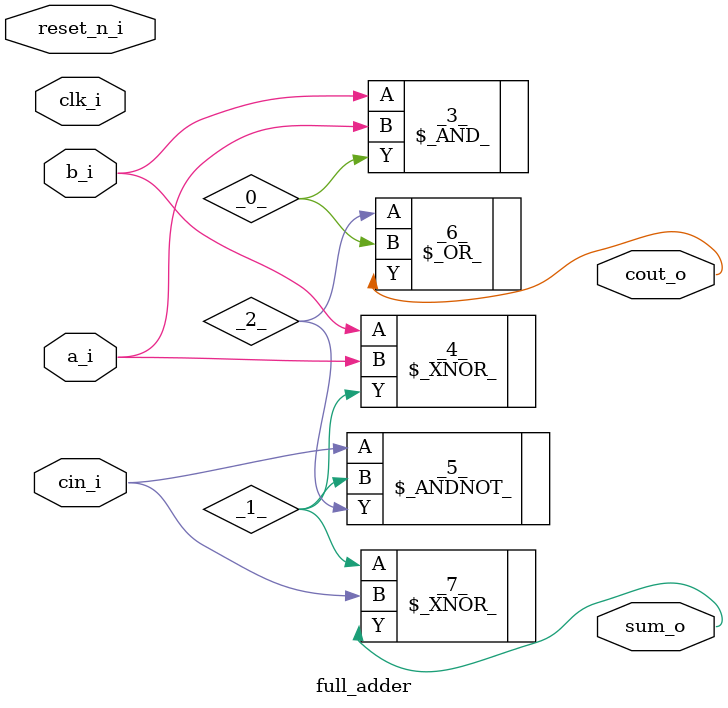
<source format=v>
/* Generated by Yosys 0.55 (git sha1 60f126cd00c94892782470192d6c9f7abebe7c05, clang++ 17.0.0 -fPIC -O3) */

module full_adder(clk_i, reset_n_i, a_i, b_i, cin_i, sum_o, cout_o);
  wire _0_;
  wire _1_;
  wire _2_;
  input a_i;
  wire a_i;
  input b_i;
  wire b_i;
  input cin_i;
  wire cin_i;
  input clk_i;
  wire clk_i;
  output cout_o;
  wire cout_o;
  input reset_n_i;
  wire reset_n_i;
  output sum_o;
  wire sum_o;
  \$_AND_  _3_ (
    .A(b_i),
    .B(a_i),
    .Y(_0_)
  );
  \$_XNOR_  _4_ (
    .A(b_i),
    .B(a_i),
    .Y(_1_)
  );
  \$_ANDNOT_  _5_ (
    .A(cin_i),
    .B(_1_),
    .Y(_2_)
  );
  \$_OR_  _6_ (
    .A(_2_),
    .B(_0_),
    .Y(cout_o)
  );
  \$_XNOR_  _7_ (
    .A(_1_),
    .B(cin_i),
    .Y(sum_o)
  );
endmodule

</source>
